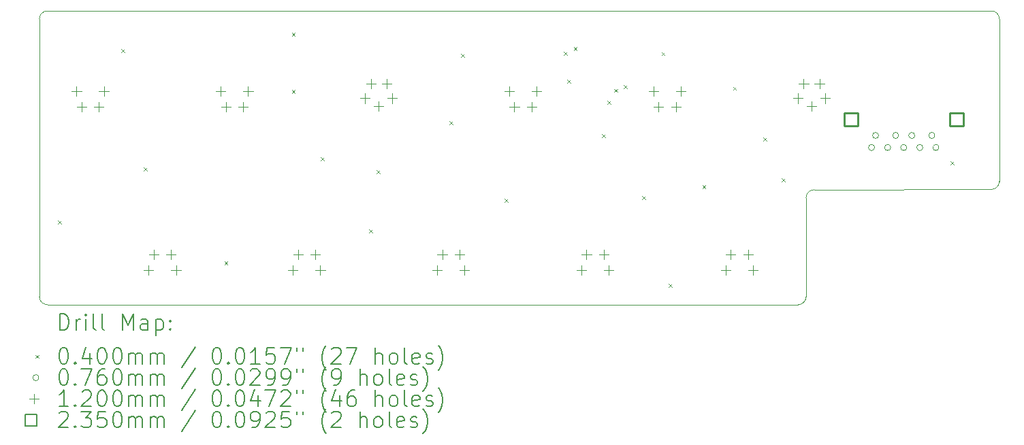
<source format=gbr>
%TF.GenerationSoftware,KiCad,Pcbnew,7.0.6*%
%TF.CreationDate,2024-03-25T03:04:47-04:00*%
%TF.ProjectId,peripheral_io_main,70657269-7068-4657-9261-6c5f696f5f6d,rev?*%
%TF.SameCoordinates,Original*%
%TF.FileFunction,Drillmap*%
%TF.FilePolarity,Positive*%
%FSLAX45Y45*%
G04 Gerber Fmt 4.5, Leading zero omitted, Abs format (unit mm)*
G04 Created by KiCad (PCBNEW 7.0.6) date 2024-03-25 03:04:47*
%MOMM*%
%LPD*%
G01*
G04 APERTURE LIST*
%ADD10C,0.100000*%
%ADD11C,0.200000*%
%ADD12C,0.040000*%
%ADD13C,0.076000*%
%ADD14C,0.120000*%
%ADD15C,0.235000*%
G04 APERTURE END LIST*
D10*
X11557000Y-11520500D02*
G75*
G03*
X11657000Y-11620500I100000J0D01*
G01*
X21092160Y-11520500D02*
X21092160Y-10290357D01*
X11557000Y-11520500D02*
X11557000Y-8065440D01*
X20992160Y-11620500D02*
G75*
G03*
X21092160Y-11520500I0J100000D01*
G01*
X23395625Y-7965440D02*
X11657000Y-7965440D01*
X21192037Y-10190350D02*
G75*
G03*
X21092160Y-10290357I133J-100010D01*
G01*
X23394498Y-10187645D02*
G75*
G03*
X23494375Y-10087707I-128J100005D01*
G01*
X23494375Y-10087707D02*
X23495625Y-8065502D01*
X11657000Y-11620500D02*
X20992160Y-11620500D01*
X23495620Y-8065502D02*
G75*
G03*
X23395625Y-7965440I-100000J62D01*
G01*
X11657000Y-7965440D02*
G75*
G03*
X11557000Y-8065440I0J-100000D01*
G01*
X21192037Y-10190357D02*
X23394498Y-10187645D01*
D11*
D12*
X11785920Y-10576880D02*
X11825920Y-10616880D01*
X11825920Y-10576880D02*
X11785920Y-10616880D01*
X12578400Y-8438200D02*
X12618400Y-8478200D01*
X12618400Y-8438200D02*
X12578400Y-8478200D01*
X12852720Y-9911400D02*
X12892720Y-9951400D01*
X12892720Y-9911400D02*
X12852720Y-9951400D01*
X13858560Y-11079800D02*
X13898560Y-11119800D01*
X13898560Y-11079800D02*
X13858560Y-11119800D01*
X14696760Y-8240080D02*
X14736760Y-8280080D01*
X14736760Y-8240080D02*
X14696760Y-8280080D01*
X14696760Y-8951280D02*
X14736760Y-8991280D01*
X14736760Y-8951280D02*
X14696760Y-8991280D01*
X15057440Y-9784400D02*
X15097440Y-9824400D01*
X15097440Y-9784400D02*
X15057440Y-9824400D01*
X15656880Y-10683560D02*
X15696880Y-10723560D01*
X15696880Y-10683560D02*
X15656880Y-10723560D01*
X15748320Y-9946960D02*
X15788320Y-9986960D01*
X15788320Y-9946960D02*
X15748320Y-9986960D01*
X16657640Y-9337360D02*
X16697640Y-9377360D01*
X16697640Y-9337360D02*
X16657640Y-9377360D01*
X16799880Y-8499160D02*
X16839880Y-8539160D01*
X16839880Y-8499160D02*
X16799880Y-8539160D01*
X17343440Y-10302560D02*
X17383440Y-10342560D01*
X17383440Y-10302560D02*
X17343440Y-10342560D01*
X18080040Y-8473760D02*
X18120040Y-8513760D01*
X18120040Y-8473760D02*
X18080040Y-8513760D01*
X18120680Y-8824280D02*
X18160680Y-8864280D01*
X18160680Y-8824280D02*
X18120680Y-8864280D01*
X18201960Y-8417880D02*
X18241960Y-8457880D01*
X18241960Y-8417880D02*
X18201960Y-8457880D01*
X18552480Y-9499920D02*
X18592480Y-9539920D01*
X18592480Y-9499920D02*
X18552480Y-9539920D01*
X18618520Y-9083360D02*
X18658520Y-9123360D01*
X18658520Y-9083360D02*
X18618520Y-9123360D01*
X18704880Y-8936040D02*
X18744880Y-8976040D01*
X18744880Y-8936040D02*
X18704880Y-8976040D01*
X18826800Y-8890320D02*
X18866800Y-8930320D01*
X18866800Y-8890320D02*
X18826800Y-8930320D01*
X19050320Y-10272080D02*
X19090320Y-10312080D01*
X19090320Y-10272080D02*
X19050320Y-10312080D01*
X19294160Y-8478840D02*
X19334160Y-8518840D01*
X19334160Y-8478840D02*
X19294160Y-8518840D01*
X19385600Y-11364280D02*
X19425600Y-11404280D01*
X19425600Y-11364280D02*
X19385600Y-11404280D01*
X19802160Y-10134920D02*
X19842160Y-10174920D01*
X19842160Y-10134920D02*
X19802160Y-10174920D01*
X20183160Y-8910640D02*
X20223160Y-8950640D01*
X20223160Y-8910640D02*
X20183160Y-8950640D01*
X20559080Y-9540560D02*
X20599080Y-9580560D01*
X20599080Y-9540560D02*
X20559080Y-9580560D01*
X20787680Y-10048560D02*
X20827680Y-10088560D01*
X20827680Y-10048560D02*
X20787680Y-10088560D01*
X22890800Y-9840280D02*
X22930800Y-9880280D01*
X22930800Y-9840280D02*
X22890800Y-9880280D01*
D13*
X21944000Y-9665000D02*
G75*
G03*
X21944000Y-9665000I-38000J0D01*
G01*
X21994000Y-9515000D02*
G75*
G03*
X21994000Y-9515000I-38000J0D01*
G01*
X22144000Y-9665000D02*
G75*
G03*
X22144000Y-9665000I-38000J0D01*
G01*
X22244000Y-9515000D02*
G75*
G03*
X22244000Y-9515000I-38000J0D01*
G01*
X22344000Y-9665000D02*
G75*
G03*
X22344000Y-9665000I-38000J0D01*
G01*
X22444000Y-9515000D02*
G75*
G03*
X22444000Y-9515000I-38000J0D01*
G01*
X22544000Y-9665000D02*
G75*
G03*
X22544000Y-9665000I-38000J0D01*
G01*
X22694000Y-9515000D02*
G75*
G03*
X22694000Y-9515000I-38000J0D01*
G01*
X22744000Y-9665000D02*
G75*
G03*
X22744000Y-9665000I-38000J0D01*
G01*
D14*
X12019761Y-8907188D02*
X12019761Y-9027188D01*
X11959761Y-8967188D02*
X12079761Y-8967188D01*
X12082271Y-9102188D02*
X12082271Y-9222188D01*
X12022271Y-9162188D02*
X12142271Y-9162188D01*
X12297263Y-9102188D02*
X12297263Y-9222188D01*
X12237263Y-9162188D02*
X12357263Y-9162188D01*
X12359766Y-8907188D02*
X12359766Y-9027188D01*
X12299766Y-8967188D02*
X12419766Y-8967188D01*
X12916811Y-11129938D02*
X12916811Y-11249938D01*
X12856811Y-11189938D02*
X12976811Y-11189938D01*
X12979314Y-10934938D02*
X12979314Y-11054938D01*
X12919314Y-10994938D02*
X13039314Y-10994938D01*
X13194306Y-10934938D02*
X13194306Y-11054938D01*
X13134306Y-10994938D02*
X13254306Y-10994938D01*
X13256816Y-11129938D02*
X13256816Y-11249938D01*
X13196816Y-11189938D02*
X13316816Y-11189938D01*
X13813851Y-8907188D02*
X13813851Y-9027188D01*
X13753851Y-8967188D02*
X13873851Y-8967188D01*
X13876361Y-9102188D02*
X13876361Y-9222188D01*
X13816361Y-9162188D02*
X13936361Y-9162188D01*
X14091353Y-9102188D02*
X14091353Y-9222188D01*
X14031353Y-9162188D02*
X14151353Y-9162188D01*
X14153856Y-8907188D02*
X14153856Y-9027188D01*
X14093856Y-8967188D02*
X14213856Y-8967188D01*
X14710901Y-11129938D02*
X14710901Y-11249938D01*
X14650901Y-11189938D02*
X14770901Y-11189938D01*
X14773404Y-10934938D02*
X14773404Y-11054938D01*
X14713404Y-10994938D02*
X14833404Y-10994938D01*
X14988396Y-10934938D02*
X14988396Y-11054938D01*
X14928396Y-10994938D02*
X15048396Y-10994938D01*
X15050906Y-11129938D02*
X15050906Y-11249938D01*
X14990906Y-11189938D02*
X15110906Y-11189938D01*
X15607743Y-8992768D02*
X15607743Y-9112768D01*
X15547743Y-9052768D02*
X15667743Y-9052768D01*
X15680143Y-8812468D02*
X15680143Y-8932468D01*
X15620143Y-8872468D02*
X15740143Y-8872468D01*
X15777943Y-9091868D02*
X15777943Y-9211868D01*
X15717943Y-9151868D02*
X15837943Y-9151868D01*
X15875743Y-8812468D02*
X15875743Y-8932468D01*
X15815743Y-8872468D02*
X15935743Y-8872468D01*
X15948143Y-8992768D02*
X15948143Y-9112768D01*
X15888143Y-9052768D02*
X16008143Y-9052768D01*
X16504991Y-11129938D02*
X16504991Y-11249938D01*
X16444991Y-11189938D02*
X16564991Y-11189938D01*
X16567494Y-10934938D02*
X16567494Y-11054938D01*
X16507494Y-10994938D02*
X16627494Y-10994938D01*
X16782486Y-10934938D02*
X16782486Y-11054938D01*
X16722486Y-10994938D02*
X16842486Y-10994938D01*
X16844996Y-11129938D02*
X16844996Y-11249938D01*
X16784996Y-11189938D02*
X16904996Y-11189938D01*
X17402031Y-8907188D02*
X17402031Y-9027188D01*
X17342031Y-8967188D02*
X17462031Y-8967188D01*
X17464541Y-9102188D02*
X17464541Y-9222188D01*
X17404541Y-9162188D02*
X17524541Y-9162188D01*
X17679533Y-9102188D02*
X17679533Y-9222188D01*
X17619533Y-9162188D02*
X17739533Y-9162188D01*
X17742036Y-8907188D02*
X17742036Y-9027188D01*
X17682036Y-8967188D02*
X17802036Y-8967188D01*
X18299081Y-11129938D02*
X18299081Y-11249938D01*
X18239081Y-11189938D02*
X18359081Y-11189938D01*
X18361584Y-10934938D02*
X18361584Y-11054938D01*
X18301584Y-10994938D02*
X18421584Y-10994938D01*
X18576576Y-10934938D02*
X18576576Y-11054938D01*
X18516576Y-10994938D02*
X18636576Y-10994938D01*
X18639086Y-11129938D02*
X18639086Y-11249938D01*
X18579086Y-11189938D02*
X18699086Y-11189938D01*
X19196121Y-8907188D02*
X19196121Y-9027188D01*
X19136121Y-8967188D02*
X19256121Y-8967188D01*
X19258631Y-9102188D02*
X19258631Y-9222188D01*
X19198631Y-9162188D02*
X19318631Y-9162188D01*
X19473623Y-9102188D02*
X19473623Y-9222188D01*
X19413623Y-9162188D02*
X19533623Y-9162188D01*
X19536126Y-8907188D02*
X19536126Y-9027188D01*
X19476126Y-8967188D02*
X19596126Y-8967188D01*
X20093171Y-11129938D02*
X20093171Y-11249938D01*
X20033171Y-11189938D02*
X20153171Y-11189938D01*
X20155674Y-10934938D02*
X20155674Y-11054938D01*
X20095674Y-10994938D02*
X20215674Y-10994938D01*
X20370666Y-10934938D02*
X20370666Y-11054938D01*
X20310666Y-10994938D02*
X20430666Y-10994938D01*
X20433176Y-11129938D02*
X20433176Y-11249938D01*
X20373176Y-11189938D02*
X20493176Y-11189938D01*
X20990024Y-8992768D02*
X20990024Y-9112768D01*
X20930024Y-9052768D02*
X21050024Y-9052768D01*
X21062424Y-8812468D02*
X21062424Y-8932468D01*
X21002424Y-8872468D02*
X21122424Y-8872468D01*
X21160224Y-9091868D02*
X21160224Y-9211868D01*
X21100224Y-9151868D02*
X21220224Y-9151868D01*
X21258024Y-8812468D02*
X21258024Y-8932468D01*
X21198024Y-8872468D02*
X21318024Y-8872468D01*
X21330424Y-8992768D02*
X21330424Y-9112768D01*
X21270424Y-9052768D02*
X21390424Y-9052768D01*
D15*
X21732086Y-9398086D02*
X21732086Y-9231914D01*
X21565914Y-9231914D01*
X21565914Y-9398086D01*
X21732086Y-9398086D01*
X23046086Y-9398086D02*
X23046086Y-9231914D01*
X22879914Y-9231914D01*
X22879914Y-9398086D01*
X23046086Y-9398086D01*
D11*
X11812777Y-11936984D02*
X11812777Y-11736984D01*
X11812777Y-11736984D02*
X11860396Y-11736984D01*
X11860396Y-11736984D02*
X11888967Y-11746508D01*
X11888967Y-11746508D02*
X11908015Y-11765555D01*
X11908015Y-11765555D02*
X11917539Y-11784603D01*
X11917539Y-11784603D02*
X11927062Y-11822698D01*
X11927062Y-11822698D02*
X11927062Y-11851269D01*
X11927062Y-11851269D02*
X11917539Y-11889365D01*
X11917539Y-11889365D02*
X11908015Y-11908412D01*
X11908015Y-11908412D02*
X11888967Y-11927460D01*
X11888967Y-11927460D02*
X11860396Y-11936984D01*
X11860396Y-11936984D02*
X11812777Y-11936984D01*
X12012777Y-11936984D02*
X12012777Y-11803650D01*
X12012777Y-11841746D02*
X12022301Y-11822698D01*
X12022301Y-11822698D02*
X12031824Y-11813174D01*
X12031824Y-11813174D02*
X12050872Y-11803650D01*
X12050872Y-11803650D02*
X12069920Y-11803650D01*
X12136586Y-11936984D02*
X12136586Y-11803650D01*
X12136586Y-11736984D02*
X12127062Y-11746508D01*
X12127062Y-11746508D02*
X12136586Y-11756031D01*
X12136586Y-11756031D02*
X12146110Y-11746508D01*
X12146110Y-11746508D02*
X12136586Y-11736984D01*
X12136586Y-11736984D02*
X12136586Y-11756031D01*
X12260396Y-11936984D02*
X12241348Y-11927460D01*
X12241348Y-11927460D02*
X12231824Y-11908412D01*
X12231824Y-11908412D02*
X12231824Y-11736984D01*
X12365158Y-11936984D02*
X12346110Y-11927460D01*
X12346110Y-11927460D02*
X12336586Y-11908412D01*
X12336586Y-11908412D02*
X12336586Y-11736984D01*
X12593729Y-11936984D02*
X12593729Y-11736984D01*
X12593729Y-11736984D02*
X12660396Y-11879841D01*
X12660396Y-11879841D02*
X12727062Y-11736984D01*
X12727062Y-11736984D02*
X12727062Y-11936984D01*
X12908015Y-11936984D02*
X12908015Y-11832222D01*
X12908015Y-11832222D02*
X12898491Y-11813174D01*
X12898491Y-11813174D02*
X12879443Y-11803650D01*
X12879443Y-11803650D02*
X12841348Y-11803650D01*
X12841348Y-11803650D02*
X12822301Y-11813174D01*
X12908015Y-11927460D02*
X12888967Y-11936984D01*
X12888967Y-11936984D02*
X12841348Y-11936984D01*
X12841348Y-11936984D02*
X12822301Y-11927460D01*
X12822301Y-11927460D02*
X12812777Y-11908412D01*
X12812777Y-11908412D02*
X12812777Y-11889365D01*
X12812777Y-11889365D02*
X12822301Y-11870317D01*
X12822301Y-11870317D02*
X12841348Y-11860793D01*
X12841348Y-11860793D02*
X12888967Y-11860793D01*
X12888967Y-11860793D02*
X12908015Y-11851269D01*
X13003253Y-11803650D02*
X13003253Y-12003650D01*
X13003253Y-11813174D02*
X13022301Y-11803650D01*
X13022301Y-11803650D02*
X13060396Y-11803650D01*
X13060396Y-11803650D02*
X13079443Y-11813174D01*
X13079443Y-11813174D02*
X13088967Y-11822698D01*
X13088967Y-11822698D02*
X13098491Y-11841746D01*
X13098491Y-11841746D02*
X13098491Y-11898888D01*
X13098491Y-11898888D02*
X13088967Y-11917936D01*
X13088967Y-11917936D02*
X13079443Y-11927460D01*
X13079443Y-11927460D02*
X13060396Y-11936984D01*
X13060396Y-11936984D02*
X13022301Y-11936984D01*
X13022301Y-11936984D02*
X13003253Y-11927460D01*
X13184205Y-11917936D02*
X13193729Y-11927460D01*
X13193729Y-11927460D02*
X13184205Y-11936984D01*
X13184205Y-11936984D02*
X13174682Y-11927460D01*
X13174682Y-11927460D02*
X13184205Y-11917936D01*
X13184205Y-11917936D02*
X13184205Y-11936984D01*
X13184205Y-11813174D02*
X13193729Y-11822698D01*
X13193729Y-11822698D02*
X13184205Y-11832222D01*
X13184205Y-11832222D02*
X13174682Y-11822698D01*
X13174682Y-11822698D02*
X13184205Y-11813174D01*
X13184205Y-11813174D02*
X13184205Y-11832222D01*
D12*
X11512000Y-12245500D02*
X11552000Y-12285500D01*
X11552000Y-12245500D02*
X11512000Y-12285500D01*
D11*
X11850872Y-12156984D02*
X11869920Y-12156984D01*
X11869920Y-12156984D02*
X11888967Y-12166508D01*
X11888967Y-12166508D02*
X11898491Y-12176031D01*
X11898491Y-12176031D02*
X11908015Y-12195079D01*
X11908015Y-12195079D02*
X11917539Y-12233174D01*
X11917539Y-12233174D02*
X11917539Y-12280793D01*
X11917539Y-12280793D02*
X11908015Y-12318888D01*
X11908015Y-12318888D02*
X11898491Y-12337936D01*
X11898491Y-12337936D02*
X11888967Y-12347460D01*
X11888967Y-12347460D02*
X11869920Y-12356984D01*
X11869920Y-12356984D02*
X11850872Y-12356984D01*
X11850872Y-12356984D02*
X11831824Y-12347460D01*
X11831824Y-12347460D02*
X11822301Y-12337936D01*
X11822301Y-12337936D02*
X11812777Y-12318888D01*
X11812777Y-12318888D02*
X11803253Y-12280793D01*
X11803253Y-12280793D02*
X11803253Y-12233174D01*
X11803253Y-12233174D02*
X11812777Y-12195079D01*
X11812777Y-12195079D02*
X11822301Y-12176031D01*
X11822301Y-12176031D02*
X11831824Y-12166508D01*
X11831824Y-12166508D02*
X11850872Y-12156984D01*
X12003253Y-12337936D02*
X12012777Y-12347460D01*
X12012777Y-12347460D02*
X12003253Y-12356984D01*
X12003253Y-12356984D02*
X11993729Y-12347460D01*
X11993729Y-12347460D02*
X12003253Y-12337936D01*
X12003253Y-12337936D02*
X12003253Y-12356984D01*
X12184205Y-12223650D02*
X12184205Y-12356984D01*
X12136586Y-12147460D02*
X12088967Y-12290317D01*
X12088967Y-12290317D02*
X12212777Y-12290317D01*
X12327062Y-12156984D02*
X12346110Y-12156984D01*
X12346110Y-12156984D02*
X12365158Y-12166508D01*
X12365158Y-12166508D02*
X12374682Y-12176031D01*
X12374682Y-12176031D02*
X12384205Y-12195079D01*
X12384205Y-12195079D02*
X12393729Y-12233174D01*
X12393729Y-12233174D02*
X12393729Y-12280793D01*
X12393729Y-12280793D02*
X12384205Y-12318888D01*
X12384205Y-12318888D02*
X12374682Y-12337936D01*
X12374682Y-12337936D02*
X12365158Y-12347460D01*
X12365158Y-12347460D02*
X12346110Y-12356984D01*
X12346110Y-12356984D02*
X12327062Y-12356984D01*
X12327062Y-12356984D02*
X12308015Y-12347460D01*
X12308015Y-12347460D02*
X12298491Y-12337936D01*
X12298491Y-12337936D02*
X12288967Y-12318888D01*
X12288967Y-12318888D02*
X12279443Y-12280793D01*
X12279443Y-12280793D02*
X12279443Y-12233174D01*
X12279443Y-12233174D02*
X12288967Y-12195079D01*
X12288967Y-12195079D02*
X12298491Y-12176031D01*
X12298491Y-12176031D02*
X12308015Y-12166508D01*
X12308015Y-12166508D02*
X12327062Y-12156984D01*
X12517539Y-12156984D02*
X12536586Y-12156984D01*
X12536586Y-12156984D02*
X12555634Y-12166508D01*
X12555634Y-12166508D02*
X12565158Y-12176031D01*
X12565158Y-12176031D02*
X12574682Y-12195079D01*
X12574682Y-12195079D02*
X12584205Y-12233174D01*
X12584205Y-12233174D02*
X12584205Y-12280793D01*
X12584205Y-12280793D02*
X12574682Y-12318888D01*
X12574682Y-12318888D02*
X12565158Y-12337936D01*
X12565158Y-12337936D02*
X12555634Y-12347460D01*
X12555634Y-12347460D02*
X12536586Y-12356984D01*
X12536586Y-12356984D02*
X12517539Y-12356984D01*
X12517539Y-12356984D02*
X12498491Y-12347460D01*
X12498491Y-12347460D02*
X12488967Y-12337936D01*
X12488967Y-12337936D02*
X12479443Y-12318888D01*
X12479443Y-12318888D02*
X12469920Y-12280793D01*
X12469920Y-12280793D02*
X12469920Y-12233174D01*
X12469920Y-12233174D02*
X12479443Y-12195079D01*
X12479443Y-12195079D02*
X12488967Y-12176031D01*
X12488967Y-12176031D02*
X12498491Y-12166508D01*
X12498491Y-12166508D02*
X12517539Y-12156984D01*
X12669920Y-12356984D02*
X12669920Y-12223650D01*
X12669920Y-12242698D02*
X12679443Y-12233174D01*
X12679443Y-12233174D02*
X12698491Y-12223650D01*
X12698491Y-12223650D02*
X12727063Y-12223650D01*
X12727063Y-12223650D02*
X12746110Y-12233174D01*
X12746110Y-12233174D02*
X12755634Y-12252222D01*
X12755634Y-12252222D02*
X12755634Y-12356984D01*
X12755634Y-12252222D02*
X12765158Y-12233174D01*
X12765158Y-12233174D02*
X12784205Y-12223650D01*
X12784205Y-12223650D02*
X12812777Y-12223650D01*
X12812777Y-12223650D02*
X12831824Y-12233174D01*
X12831824Y-12233174D02*
X12841348Y-12252222D01*
X12841348Y-12252222D02*
X12841348Y-12356984D01*
X12936586Y-12356984D02*
X12936586Y-12223650D01*
X12936586Y-12242698D02*
X12946110Y-12233174D01*
X12946110Y-12233174D02*
X12965158Y-12223650D01*
X12965158Y-12223650D02*
X12993729Y-12223650D01*
X12993729Y-12223650D02*
X13012777Y-12233174D01*
X13012777Y-12233174D02*
X13022301Y-12252222D01*
X13022301Y-12252222D02*
X13022301Y-12356984D01*
X13022301Y-12252222D02*
X13031824Y-12233174D01*
X13031824Y-12233174D02*
X13050872Y-12223650D01*
X13050872Y-12223650D02*
X13079443Y-12223650D01*
X13079443Y-12223650D02*
X13098491Y-12233174D01*
X13098491Y-12233174D02*
X13108015Y-12252222D01*
X13108015Y-12252222D02*
X13108015Y-12356984D01*
X13498491Y-12147460D02*
X13327063Y-12404603D01*
X13755634Y-12156984D02*
X13774682Y-12156984D01*
X13774682Y-12156984D02*
X13793729Y-12166508D01*
X13793729Y-12166508D02*
X13803253Y-12176031D01*
X13803253Y-12176031D02*
X13812777Y-12195079D01*
X13812777Y-12195079D02*
X13822301Y-12233174D01*
X13822301Y-12233174D02*
X13822301Y-12280793D01*
X13822301Y-12280793D02*
X13812777Y-12318888D01*
X13812777Y-12318888D02*
X13803253Y-12337936D01*
X13803253Y-12337936D02*
X13793729Y-12347460D01*
X13793729Y-12347460D02*
X13774682Y-12356984D01*
X13774682Y-12356984D02*
X13755634Y-12356984D01*
X13755634Y-12356984D02*
X13736586Y-12347460D01*
X13736586Y-12347460D02*
X13727063Y-12337936D01*
X13727063Y-12337936D02*
X13717539Y-12318888D01*
X13717539Y-12318888D02*
X13708015Y-12280793D01*
X13708015Y-12280793D02*
X13708015Y-12233174D01*
X13708015Y-12233174D02*
X13717539Y-12195079D01*
X13717539Y-12195079D02*
X13727063Y-12176031D01*
X13727063Y-12176031D02*
X13736586Y-12166508D01*
X13736586Y-12166508D02*
X13755634Y-12156984D01*
X13908015Y-12337936D02*
X13917539Y-12347460D01*
X13917539Y-12347460D02*
X13908015Y-12356984D01*
X13908015Y-12356984D02*
X13898491Y-12347460D01*
X13898491Y-12347460D02*
X13908015Y-12337936D01*
X13908015Y-12337936D02*
X13908015Y-12356984D01*
X14041348Y-12156984D02*
X14060396Y-12156984D01*
X14060396Y-12156984D02*
X14079444Y-12166508D01*
X14079444Y-12166508D02*
X14088967Y-12176031D01*
X14088967Y-12176031D02*
X14098491Y-12195079D01*
X14098491Y-12195079D02*
X14108015Y-12233174D01*
X14108015Y-12233174D02*
X14108015Y-12280793D01*
X14108015Y-12280793D02*
X14098491Y-12318888D01*
X14098491Y-12318888D02*
X14088967Y-12337936D01*
X14088967Y-12337936D02*
X14079444Y-12347460D01*
X14079444Y-12347460D02*
X14060396Y-12356984D01*
X14060396Y-12356984D02*
X14041348Y-12356984D01*
X14041348Y-12356984D02*
X14022301Y-12347460D01*
X14022301Y-12347460D02*
X14012777Y-12337936D01*
X14012777Y-12337936D02*
X14003253Y-12318888D01*
X14003253Y-12318888D02*
X13993729Y-12280793D01*
X13993729Y-12280793D02*
X13993729Y-12233174D01*
X13993729Y-12233174D02*
X14003253Y-12195079D01*
X14003253Y-12195079D02*
X14012777Y-12176031D01*
X14012777Y-12176031D02*
X14022301Y-12166508D01*
X14022301Y-12166508D02*
X14041348Y-12156984D01*
X14298491Y-12356984D02*
X14184206Y-12356984D01*
X14241348Y-12356984D02*
X14241348Y-12156984D01*
X14241348Y-12156984D02*
X14222301Y-12185555D01*
X14222301Y-12185555D02*
X14203253Y-12204603D01*
X14203253Y-12204603D02*
X14184206Y-12214127D01*
X14479444Y-12156984D02*
X14384206Y-12156984D01*
X14384206Y-12156984D02*
X14374682Y-12252222D01*
X14374682Y-12252222D02*
X14384206Y-12242698D01*
X14384206Y-12242698D02*
X14403253Y-12233174D01*
X14403253Y-12233174D02*
X14450872Y-12233174D01*
X14450872Y-12233174D02*
X14469920Y-12242698D01*
X14469920Y-12242698D02*
X14479444Y-12252222D01*
X14479444Y-12252222D02*
X14488967Y-12271269D01*
X14488967Y-12271269D02*
X14488967Y-12318888D01*
X14488967Y-12318888D02*
X14479444Y-12337936D01*
X14479444Y-12337936D02*
X14469920Y-12347460D01*
X14469920Y-12347460D02*
X14450872Y-12356984D01*
X14450872Y-12356984D02*
X14403253Y-12356984D01*
X14403253Y-12356984D02*
X14384206Y-12347460D01*
X14384206Y-12347460D02*
X14374682Y-12337936D01*
X14555634Y-12156984D02*
X14688967Y-12156984D01*
X14688967Y-12156984D02*
X14603253Y-12356984D01*
X14755634Y-12156984D02*
X14755634Y-12195079D01*
X14831825Y-12156984D02*
X14831825Y-12195079D01*
X15127063Y-12433174D02*
X15117539Y-12423650D01*
X15117539Y-12423650D02*
X15098491Y-12395079D01*
X15098491Y-12395079D02*
X15088968Y-12376031D01*
X15088968Y-12376031D02*
X15079444Y-12347460D01*
X15079444Y-12347460D02*
X15069920Y-12299841D01*
X15069920Y-12299841D02*
X15069920Y-12261746D01*
X15069920Y-12261746D02*
X15079444Y-12214127D01*
X15079444Y-12214127D02*
X15088968Y-12185555D01*
X15088968Y-12185555D02*
X15098491Y-12166508D01*
X15098491Y-12166508D02*
X15117539Y-12137936D01*
X15117539Y-12137936D02*
X15127063Y-12128412D01*
X15193729Y-12176031D02*
X15203253Y-12166508D01*
X15203253Y-12166508D02*
X15222301Y-12156984D01*
X15222301Y-12156984D02*
X15269920Y-12156984D01*
X15269920Y-12156984D02*
X15288968Y-12166508D01*
X15288968Y-12166508D02*
X15298491Y-12176031D01*
X15298491Y-12176031D02*
X15308015Y-12195079D01*
X15308015Y-12195079D02*
X15308015Y-12214127D01*
X15308015Y-12214127D02*
X15298491Y-12242698D01*
X15298491Y-12242698D02*
X15184206Y-12356984D01*
X15184206Y-12356984D02*
X15308015Y-12356984D01*
X15374682Y-12156984D02*
X15508015Y-12156984D01*
X15508015Y-12156984D02*
X15422301Y-12356984D01*
X15736587Y-12356984D02*
X15736587Y-12156984D01*
X15822301Y-12356984D02*
X15822301Y-12252222D01*
X15822301Y-12252222D02*
X15812777Y-12233174D01*
X15812777Y-12233174D02*
X15793730Y-12223650D01*
X15793730Y-12223650D02*
X15765158Y-12223650D01*
X15765158Y-12223650D02*
X15746110Y-12233174D01*
X15746110Y-12233174D02*
X15736587Y-12242698D01*
X15946110Y-12356984D02*
X15927063Y-12347460D01*
X15927063Y-12347460D02*
X15917539Y-12337936D01*
X15917539Y-12337936D02*
X15908015Y-12318888D01*
X15908015Y-12318888D02*
X15908015Y-12261746D01*
X15908015Y-12261746D02*
X15917539Y-12242698D01*
X15917539Y-12242698D02*
X15927063Y-12233174D01*
X15927063Y-12233174D02*
X15946110Y-12223650D01*
X15946110Y-12223650D02*
X15974682Y-12223650D01*
X15974682Y-12223650D02*
X15993730Y-12233174D01*
X15993730Y-12233174D02*
X16003253Y-12242698D01*
X16003253Y-12242698D02*
X16012777Y-12261746D01*
X16012777Y-12261746D02*
X16012777Y-12318888D01*
X16012777Y-12318888D02*
X16003253Y-12337936D01*
X16003253Y-12337936D02*
X15993730Y-12347460D01*
X15993730Y-12347460D02*
X15974682Y-12356984D01*
X15974682Y-12356984D02*
X15946110Y-12356984D01*
X16127063Y-12356984D02*
X16108015Y-12347460D01*
X16108015Y-12347460D02*
X16098491Y-12328412D01*
X16098491Y-12328412D02*
X16098491Y-12156984D01*
X16279444Y-12347460D02*
X16260396Y-12356984D01*
X16260396Y-12356984D02*
X16222301Y-12356984D01*
X16222301Y-12356984D02*
X16203253Y-12347460D01*
X16203253Y-12347460D02*
X16193730Y-12328412D01*
X16193730Y-12328412D02*
X16193730Y-12252222D01*
X16193730Y-12252222D02*
X16203253Y-12233174D01*
X16203253Y-12233174D02*
X16222301Y-12223650D01*
X16222301Y-12223650D02*
X16260396Y-12223650D01*
X16260396Y-12223650D02*
X16279444Y-12233174D01*
X16279444Y-12233174D02*
X16288968Y-12252222D01*
X16288968Y-12252222D02*
X16288968Y-12271269D01*
X16288968Y-12271269D02*
X16193730Y-12290317D01*
X16365158Y-12347460D02*
X16384206Y-12356984D01*
X16384206Y-12356984D02*
X16422301Y-12356984D01*
X16422301Y-12356984D02*
X16441349Y-12347460D01*
X16441349Y-12347460D02*
X16450872Y-12328412D01*
X16450872Y-12328412D02*
X16450872Y-12318888D01*
X16450872Y-12318888D02*
X16441349Y-12299841D01*
X16441349Y-12299841D02*
X16422301Y-12290317D01*
X16422301Y-12290317D02*
X16393730Y-12290317D01*
X16393730Y-12290317D02*
X16374682Y-12280793D01*
X16374682Y-12280793D02*
X16365158Y-12261746D01*
X16365158Y-12261746D02*
X16365158Y-12252222D01*
X16365158Y-12252222D02*
X16374682Y-12233174D01*
X16374682Y-12233174D02*
X16393730Y-12223650D01*
X16393730Y-12223650D02*
X16422301Y-12223650D01*
X16422301Y-12223650D02*
X16441349Y-12233174D01*
X16517539Y-12433174D02*
X16527063Y-12423650D01*
X16527063Y-12423650D02*
X16546111Y-12395079D01*
X16546111Y-12395079D02*
X16555634Y-12376031D01*
X16555634Y-12376031D02*
X16565158Y-12347460D01*
X16565158Y-12347460D02*
X16574682Y-12299841D01*
X16574682Y-12299841D02*
X16574682Y-12261746D01*
X16574682Y-12261746D02*
X16565158Y-12214127D01*
X16565158Y-12214127D02*
X16555634Y-12185555D01*
X16555634Y-12185555D02*
X16546111Y-12166508D01*
X16546111Y-12166508D02*
X16527063Y-12137936D01*
X16527063Y-12137936D02*
X16517539Y-12128412D01*
D13*
X11552000Y-12529500D02*
G75*
G03*
X11552000Y-12529500I-38000J0D01*
G01*
D11*
X11850872Y-12420984D02*
X11869920Y-12420984D01*
X11869920Y-12420984D02*
X11888967Y-12430508D01*
X11888967Y-12430508D02*
X11898491Y-12440031D01*
X11898491Y-12440031D02*
X11908015Y-12459079D01*
X11908015Y-12459079D02*
X11917539Y-12497174D01*
X11917539Y-12497174D02*
X11917539Y-12544793D01*
X11917539Y-12544793D02*
X11908015Y-12582888D01*
X11908015Y-12582888D02*
X11898491Y-12601936D01*
X11898491Y-12601936D02*
X11888967Y-12611460D01*
X11888967Y-12611460D02*
X11869920Y-12620984D01*
X11869920Y-12620984D02*
X11850872Y-12620984D01*
X11850872Y-12620984D02*
X11831824Y-12611460D01*
X11831824Y-12611460D02*
X11822301Y-12601936D01*
X11822301Y-12601936D02*
X11812777Y-12582888D01*
X11812777Y-12582888D02*
X11803253Y-12544793D01*
X11803253Y-12544793D02*
X11803253Y-12497174D01*
X11803253Y-12497174D02*
X11812777Y-12459079D01*
X11812777Y-12459079D02*
X11822301Y-12440031D01*
X11822301Y-12440031D02*
X11831824Y-12430508D01*
X11831824Y-12430508D02*
X11850872Y-12420984D01*
X12003253Y-12601936D02*
X12012777Y-12611460D01*
X12012777Y-12611460D02*
X12003253Y-12620984D01*
X12003253Y-12620984D02*
X11993729Y-12611460D01*
X11993729Y-12611460D02*
X12003253Y-12601936D01*
X12003253Y-12601936D02*
X12003253Y-12620984D01*
X12079443Y-12420984D02*
X12212777Y-12420984D01*
X12212777Y-12420984D02*
X12127062Y-12620984D01*
X12374682Y-12420984D02*
X12336586Y-12420984D01*
X12336586Y-12420984D02*
X12317539Y-12430508D01*
X12317539Y-12430508D02*
X12308015Y-12440031D01*
X12308015Y-12440031D02*
X12288967Y-12468603D01*
X12288967Y-12468603D02*
X12279443Y-12506698D01*
X12279443Y-12506698D02*
X12279443Y-12582888D01*
X12279443Y-12582888D02*
X12288967Y-12601936D01*
X12288967Y-12601936D02*
X12298491Y-12611460D01*
X12298491Y-12611460D02*
X12317539Y-12620984D01*
X12317539Y-12620984D02*
X12355634Y-12620984D01*
X12355634Y-12620984D02*
X12374682Y-12611460D01*
X12374682Y-12611460D02*
X12384205Y-12601936D01*
X12384205Y-12601936D02*
X12393729Y-12582888D01*
X12393729Y-12582888D02*
X12393729Y-12535269D01*
X12393729Y-12535269D02*
X12384205Y-12516222D01*
X12384205Y-12516222D02*
X12374682Y-12506698D01*
X12374682Y-12506698D02*
X12355634Y-12497174D01*
X12355634Y-12497174D02*
X12317539Y-12497174D01*
X12317539Y-12497174D02*
X12298491Y-12506698D01*
X12298491Y-12506698D02*
X12288967Y-12516222D01*
X12288967Y-12516222D02*
X12279443Y-12535269D01*
X12517539Y-12420984D02*
X12536586Y-12420984D01*
X12536586Y-12420984D02*
X12555634Y-12430508D01*
X12555634Y-12430508D02*
X12565158Y-12440031D01*
X12565158Y-12440031D02*
X12574682Y-12459079D01*
X12574682Y-12459079D02*
X12584205Y-12497174D01*
X12584205Y-12497174D02*
X12584205Y-12544793D01*
X12584205Y-12544793D02*
X12574682Y-12582888D01*
X12574682Y-12582888D02*
X12565158Y-12601936D01*
X12565158Y-12601936D02*
X12555634Y-12611460D01*
X12555634Y-12611460D02*
X12536586Y-12620984D01*
X12536586Y-12620984D02*
X12517539Y-12620984D01*
X12517539Y-12620984D02*
X12498491Y-12611460D01*
X12498491Y-12611460D02*
X12488967Y-12601936D01*
X12488967Y-12601936D02*
X12479443Y-12582888D01*
X12479443Y-12582888D02*
X12469920Y-12544793D01*
X12469920Y-12544793D02*
X12469920Y-12497174D01*
X12469920Y-12497174D02*
X12479443Y-12459079D01*
X12479443Y-12459079D02*
X12488967Y-12440031D01*
X12488967Y-12440031D02*
X12498491Y-12430508D01*
X12498491Y-12430508D02*
X12517539Y-12420984D01*
X12669920Y-12620984D02*
X12669920Y-12487650D01*
X12669920Y-12506698D02*
X12679443Y-12497174D01*
X12679443Y-12497174D02*
X12698491Y-12487650D01*
X12698491Y-12487650D02*
X12727063Y-12487650D01*
X12727063Y-12487650D02*
X12746110Y-12497174D01*
X12746110Y-12497174D02*
X12755634Y-12516222D01*
X12755634Y-12516222D02*
X12755634Y-12620984D01*
X12755634Y-12516222D02*
X12765158Y-12497174D01*
X12765158Y-12497174D02*
X12784205Y-12487650D01*
X12784205Y-12487650D02*
X12812777Y-12487650D01*
X12812777Y-12487650D02*
X12831824Y-12497174D01*
X12831824Y-12497174D02*
X12841348Y-12516222D01*
X12841348Y-12516222D02*
X12841348Y-12620984D01*
X12936586Y-12620984D02*
X12936586Y-12487650D01*
X12936586Y-12506698D02*
X12946110Y-12497174D01*
X12946110Y-12497174D02*
X12965158Y-12487650D01*
X12965158Y-12487650D02*
X12993729Y-12487650D01*
X12993729Y-12487650D02*
X13012777Y-12497174D01*
X13012777Y-12497174D02*
X13022301Y-12516222D01*
X13022301Y-12516222D02*
X13022301Y-12620984D01*
X13022301Y-12516222D02*
X13031824Y-12497174D01*
X13031824Y-12497174D02*
X13050872Y-12487650D01*
X13050872Y-12487650D02*
X13079443Y-12487650D01*
X13079443Y-12487650D02*
X13098491Y-12497174D01*
X13098491Y-12497174D02*
X13108015Y-12516222D01*
X13108015Y-12516222D02*
X13108015Y-12620984D01*
X13498491Y-12411460D02*
X13327063Y-12668603D01*
X13755634Y-12420984D02*
X13774682Y-12420984D01*
X13774682Y-12420984D02*
X13793729Y-12430508D01*
X13793729Y-12430508D02*
X13803253Y-12440031D01*
X13803253Y-12440031D02*
X13812777Y-12459079D01*
X13812777Y-12459079D02*
X13822301Y-12497174D01*
X13822301Y-12497174D02*
X13822301Y-12544793D01*
X13822301Y-12544793D02*
X13812777Y-12582888D01*
X13812777Y-12582888D02*
X13803253Y-12601936D01*
X13803253Y-12601936D02*
X13793729Y-12611460D01*
X13793729Y-12611460D02*
X13774682Y-12620984D01*
X13774682Y-12620984D02*
X13755634Y-12620984D01*
X13755634Y-12620984D02*
X13736586Y-12611460D01*
X13736586Y-12611460D02*
X13727063Y-12601936D01*
X13727063Y-12601936D02*
X13717539Y-12582888D01*
X13717539Y-12582888D02*
X13708015Y-12544793D01*
X13708015Y-12544793D02*
X13708015Y-12497174D01*
X13708015Y-12497174D02*
X13717539Y-12459079D01*
X13717539Y-12459079D02*
X13727063Y-12440031D01*
X13727063Y-12440031D02*
X13736586Y-12430508D01*
X13736586Y-12430508D02*
X13755634Y-12420984D01*
X13908015Y-12601936D02*
X13917539Y-12611460D01*
X13917539Y-12611460D02*
X13908015Y-12620984D01*
X13908015Y-12620984D02*
X13898491Y-12611460D01*
X13898491Y-12611460D02*
X13908015Y-12601936D01*
X13908015Y-12601936D02*
X13908015Y-12620984D01*
X14041348Y-12420984D02*
X14060396Y-12420984D01*
X14060396Y-12420984D02*
X14079444Y-12430508D01*
X14079444Y-12430508D02*
X14088967Y-12440031D01*
X14088967Y-12440031D02*
X14098491Y-12459079D01*
X14098491Y-12459079D02*
X14108015Y-12497174D01*
X14108015Y-12497174D02*
X14108015Y-12544793D01*
X14108015Y-12544793D02*
X14098491Y-12582888D01*
X14098491Y-12582888D02*
X14088967Y-12601936D01*
X14088967Y-12601936D02*
X14079444Y-12611460D01*
X14079444Y-12611460D02*
X14060396Y-12620984D01*
X14060396Y-12620984D02*
X14041348Y-12620984D01*
X14041348Y-12620984D02*
X14022301Y-12611460D01*
X14022301Y-12611460D02*
X14012777Y-12601936D01*
X14012777Y-12601936D02*
X14003253Y-12582888D01*
X14003253Y-12582888D02*
X13993729Y-12544793D01*
X13993729Y-12544793D02*
X13993729Y-12497174D01*
X13993729Y-12497174D02*
X14003253Y-12459079D01*
X14003253Y-12459079D02*
X14012777Y-12440031D01*
X14012777Y-12440031D02*
X14022301Y-12430508D01*
X14022301Y-12430508D02*
X14041348Y-12420984D01*
X14184206Y-12440031D02*
X14193729Y-12430508D01*
X14193729Y-12430508D02*
X14212777Y-12420984D01*
X14212777Y-12420984D02*
X14260396Y-12420984D01*
X14260396Y-12420984D02*
X14279444Y-12430508D01*
X14279444Y-12430508D02*
X14288967Y-12440031D01*
X14288967Y-12440031D02*
X14298491Y-12459079D01*
X14298491Y-12459079D02*
X14298491Y-12478127D01*
X14298491Y-12478127D02*
X14288967Y-12506698D01*
X14288967Y-12506698D02*
X14174682Y-12620984D01*
X14174682Y-12620984D02*
X14298491Y-12620984D01*
X14393729Y-12620984D02*
X14431825Y-12620984D01*
X14431825Y-12620984D02*
X14450872Y-12611460D01*
X14450872Y-12611460D02*
X14460396Y-12601936D01*
X14460396Y-12601936D02*
X14479444Y-12573365D01*
X14479444Y-12573365D02*
X14488967Y-12535269D01*
X14488967Y-12535269D02*
X14488967Y-12459079D01*
X14488967Y-12459079D02*
X14479444Y-12440031D01*
X14479444Y-12440031D02*
X14469920Y-12430508D01*
X14469920Y-12430508D02*
X14450872Y-12420984D01*
X14450872Y-12420984D02*
X14412777Y-12420984D01*
X14412777Y-12420984D02*
X14393729Y-12430508D01*
X14393729Y-12430508D02*
X14384206Y-12440031D01*
X14384206Y-12440031D02*
X14374682Y-12459079D01*
X14374682Y-12459079D02*
X14374682Y-12506698D01*
X14374682Y-12506698D02*
X14384206Y-12525746D01*
X14384206Y-12525746D02*
X14393729Y-12535269D01*
X14393729Y-12535269D02*
X14412777Y-12544793D01*
X14412777Y-12544793D02*
X14450872Y-12544793D01*
X14450872Y-12544793D02*
X14469920Y-12535269D01*
X14469920Y-12535269D02*
X14479444Y-12525746D01*
X14479444Y-12525746D02*
X14488967Y-12506698D01*
X14584206Y-12620984D02*
X14622301Y-12620984D01*
X14622301Y-12620984D02*
X14641348Y-12611460D01*
X14641348Y-12611460D02*
X14650872Y-12601936D01*
X14650872Y-12601936D02*
X14669920Y-12573365D01*
X14669920Y-12573365D02*
X14679444Y-12535269D01*
X14679444Y-12535269D02*
X14679444Y-12459079D01*
X14679444Y-12459079D02*
X14669920Y-12440031D01*
X14669920Y-12440031D02*
X14660396Y-12430508D01*
X14660396Y-12430508D02*
X14641348Y-12420984D01*
X14641348Y-12420984D02*
X14603253Y-12420984D01*
X14603253Y-12420984D02*
X14584206Y-12430508D01*
X14584206Y-12430508D02*
X14574682Y-12440031D01*
X14574682Y-12440031D02*
X14565158Y-12459079D01*
X14565158Y-12459079D02*
X14565158Y-12506698D01*
X14565158Y-12506698D02*
X14574682Y-12525746D01*
X14574682Y-12525746D02*
X14584206Y-12535269D01*
X14584206Y-12535269D02*
X14603253Y-12544793D01*
X14603253Y-12544793D02*
X14641348Y-12544793D01*
X14641348Y-12544793D02*
X14660396Y-12535269D01*
X14660396Y-12535269D02*
X14669920Y-12525746D01*
X14669920Y-12525746D02*
X14679444Y-12506698D01*
X14755634Y-12420984D02*
X14755634Y-12459079D01*
X14831825Y-12420984D02*
X14831825Y-12459079D01*
X15127063Y-12697174D02*
X15117539Y-12687650D01*
X15117539Y-12687650D02*
X15098491Y-12659079D01*
X15098491Y-12659079D02*
X15088968Y-12640031D01*
X15088968Y-12640031D02*
X15079444Y-12611460D01*
X15079444Y-12611460D02*
X15069920Y-12563841D01*
X15069920Y-12563841D02*
X15069920Y-12525746D01*
X15069920Y-12525746D02*
X15079444Y-12478127D01*
X15079444Y-12478127D02*
X15088968Y-12449555D01*
X15088968Y-12449555D02*
X15098491Y-12430508D01*
X15098491Y-12430508D02*
X15117539Y-12401936D01*
X15117539Y-12401936D02*
X15127063Y-12392412D01*
X15212777Y-12620984D02*
X15250872Y-12620984D01*
X15250872Y-12620984D02*
X15269920Y-12611460D01*
X15269920Y-12611460D02*
X15279444Y-12601936D01*
X15279444Y-12601936D02*
X15298491Y-12573365D01*
X15298491Y-12573365D02*
X15308015Y-12535269D01*
X15308015Y-12535269D02*
X15308015Y-12459079D01*
X15308015Y-12459079D02*
X15298491Y-12440031D01*
X15298491Y-12440031D02*
X15288968Y-12430508D01*
X15288968Y-12430508D02*
X15269920Y-12420984D01*
X15269920Y-12420984D02*
X15231825Y-12420984D01*
X15231825Y-12420984D02*
X15212777Y-12430508D01*
X15212777Y-12430508D02*
X15203253Y-12440031D01*
X15203253Y-12440031D02*
X15193729Y-12459079D01*
X15193729Y-12459079D02*
X15193729Y-12506698D01*
X15193729Y-12506698D02*
X15203253Y-12525746D01*
X15203253Y-12525746D02*
X15212777Y-12535269D01*
X15212777Y-12535269D02*
X15231825Y-12544793D01*
X15231825Y-12544793D02*
X15269920Y-12544793D01*
X15269920Y-12544793D02*
X15288968Y-12535269D01*
X15288968Y-12535269D02*
X15298491Y-12525746D01*
X15298491Y-12525746D02*
X15308015Y-12506698D01*
X15546110Y-12620984D02*
X15546110Y-12420984D01*
X15631825Y-12620984D02*
X15631825Y-12516222D01*
X15631825Y-12516222D02*
X15622301Y-12497174D01*
X15622301Y-12497174D02*
X15603253Y-12487650D01*
X15603253Y-12487650D02*
X15574682Y-12487650D01*
X15574682Y-12487650D02*
X15555634Y-12497174D01*
X15555634Y-12497174D02*
X15546110Y-12506698D01*
X15755634Y-12620984D02*
X15736587Y-12611460D01*
X15736587Y-12611460D02*
X15727063Y-12601936D01*
X15727063Y-12601936D02*
X15717539Y-12582888D01*
X15717539Y-12582888D02*
X15717539Y-12525746D01*
X15717539Y-12525746D02*
X15727063Y-12506698D01*
X15727063Y-12506698D02*
X15736587Y-12497174D01*
X15736587Y-12497174D02*
X15755634Y-12487650D01*
X15755634Y-12487650D02*
X15784206Y-12487650D01*
X15784206Y-12487650D02*
X15803253Y-12497174D01*
X15803253Y-12497174D02*
X15812777Y-12506698D01*
X15812777Y-12506698D02*
X15822301Y-12525746D01*
X15822301Y-12525746D02*
X15822301Y-12582888D01*
X15822301Y-12582888D02*
X15812777Y-12601936D01*
X15812777Y-12601936D02*
X15803253Y-12611460D01*
X15803253Y-12611460D02*
X15784206Y-12620984D01*
X15784206Y-12620984D02*
X15755634Y-12620984D01*
X15936587Y-12620984D02*
X15917539Y-12611460D01*
X15917539Y-12611460D02*
X15908015Y-12592412D01*
X15908015Y-12592412D02*
X15908015Y-12420984D01*
X16088968Y-12611460D02*
X16069920Y-12620984D01*
X16069920Y-12620984D02*
X16031825Y-12620984D01*
X16031825Y-12620984D02*
X16012777Y-12611460D01*
X16012777Y-12611460D02*
X16003253Y-12592412D01*
X16003253Y-12592412D02*
X16003253Y-12516222D01*
X16003253Y-12516222D02*
X16012777Y-12497174D01*
X16012777Y-12497174D02*
X16031825Y-12487650D01*
X16031825Y-12487650D02*
X16069920Y-12487650D01*
X16069920Y-12487650D02*
X16088968Y-12497174D01*
X16088968Y-12497174D02*
X16098491Y-12516222D01*
X16098491Y-12516222D02*
X16098491Y-12535269D01*
X16098491Y-12535269D02*
X16003253Y-12554317D01*
X16174682Y-12611460D02*
X16193730Y-12620984D01*
X16193730Y-12620984D02*
X16231825Y-12620984D01*
X16231825Y-12620984D02*
X16250872Y-12611460D01*
X16250872Y-12611460D02*
X16260396Y-12592412D01*
X16260396Y-12592412D02*
X16260396Y-12582888D01*
X16260396Y-12582888D02*
X16250872Y-12563841D01*
X16250872Y-12563841D02*
X16231825Y-12554317D01*
X16231825Y-12554317D02*
X16203253Y-12554317D01*
X16203253Y-12554317D02*
X16184206Y-12544793D01*
X16184206Y-12544793D02*
X16174682Y-12525746D01*
X16174682Y-12525746D02*
X16174682Y-12516222D01*
X16174682Y-12516222D02*
X16184206Y-12497174D01*
X16184206Y-12497174D02*
X16203253Y-12487650D01*
X16203253Y-12487650D02*
X16231825Y-12487650D01*
X16231825Y-12487650D02*
X16250872Y-12497174D01*
X16327063Y-12697174D02*
X16336587Y-12687650D01*
X16336587Y-12687650D02*
X16355634Y-12659079D01*
X16355634Y-12659079D02*
X16365158Y-12640031D01*
X16365158Y-12640031D02*
X16374682Y-12611460D01*
X16374682Y-12611460D02*
X16384206Y-12563841D01*
X16384206Y-12563841D02*
X16384206Y-12525746D01*
X16384206Y-12525746D02*
X16374682Y-12478127D01*
X16374682Y-12478127D02*
X16365158Y-12449555D01*
X16365158Y-12449555D02*
X16355634Y-12430508D01*
X16355634Y-12430508D02*
X16336587Y-12401936D01*
X16336587Y-12401936D02*
X16327063Y-12392412D01*
D14*
X11492000Y-12733500D02*
X11492000Y-12853500D01*
X11432000Y-12793500D02*
X11552000Y-12793500D01*
D11*
X11917539Y-12884984D02*
X11803253Y-12884984D01*
X11860396Y-12884984D02*
X11860396Y-12684984D01*
X11860396Y-12684984D02*
X11841348Y-12713555D01*
X11841348Y-12713555D02*
X11822301Y-12732603D01*
X11822301Y-12732603D02*
X11803253Y-12742127D01*
X12003253Y-12865936D02*
X12012777Y-12875460D01*
X12012777Y-12875460D02*
X12003253Y-12884984D01*
X12003253Y-12884984D02*
X11993729Y-12875460D01*
X11993729Y-12875460D02*
X12003253Y-12865936D01*
X12003253Y-12865936D02*
X12003253Y-12884984D01*
X12088967Y-12704031D02*
X12098491Y-12694508D01*
X12098491Y-12694508D02*
X12117539Y-12684984D01*
X12117539Y-12684984D02*
X12165158Y-12684984D01*
X12165158Y-12684984D02*
X12184205Y-12694508D01*
X12184205Y-12694508D02*
X12193729Y-12704031D01*
X12193729Y-12704031D02*
X12203253Y-12723079D01*
X12203253Y-12723079D02*
X12203253Y-12742127D01*
X12203253Y-12742127D02*
X12193729Y-12770698D01*
X12193729Y-12770698D02*
X12079443Y-12884984D01*
X12079443Y-12884984D02*
X12203253Y-12884984D01*
X12327062Y-12684984D02*
X12346110Y-12684984D01*
X12346110Y-12684984D02*
X12365158Y-12694508D01*
X12365158Y-12694508D02*
X12374682Y-12704031D01*
X12374682Y-12704031D02*
X12384205Y-12723079D01*
X12384205Y-12723079D02*
X12393729Y-12761174D01*
X12393729Y-12761174D02*
X12393729Y-12808793D01*
X12393729Y-12808793D02*
X12384205Y-12846888D01*
X12384205Y-12846888D02*
X12374682Y-12865936D01*
X12374682Y-12865936D02*
X12365158Y-12875460D01*
X12365158Y-12875460D02*
X12346110Y-12884984D01*
X12346110Y-12884984D02*
X12327062Y-12884984D01*
X12327062Y-12884984D02*
X12308015Y-12875460D01*
X12308015Y-12875460D02*
X12298491Y-12865936D01*
X12298491Y-12865936D02*
X12288967Y-12846888D01*
X12288967Y-12846888D02*
X12279443Y-12808793D01*
X12279443Y-12808793D02*
X12279443Y-12761174D01*
X12279443Y-12761174D02*
X12288967Y-12723079D01*
X12288967Y-12723079D02*
X12298491Y-12704031D01*
X12298491Y-12704031D02*
X12308015Y-12694508D01*
X12308015Y-12694508D02*
X12327062Y-12684984D01*
X12517539Y-12684984D02*
X12536586Y-12684984D01*
X12536586Y-12684984D02*
X12555634Y-12694508D01*
X12555634Y-12694508D02*
X12565158Y-12704031D01*
X12565158Y-12704031D02*
X12574682Y-12723079D01*
X12574682Y-12723079D02*
X12584205Y-12761174D01*
X12584205Y-12761174D02*
X12584205Y-12808793D01*
X12584205Y-12808793D02*
X12574682Y-12846888D01*
X12574682Y-12846888D02*
X12565158Y-12865936D01*
X12565158Y-12865936D02*
X12555634Y-12875460D01*
X12555634Y-12875460D02*
X12536586Y-12884984D01*
X12536586Y-12884984D02*
X12517539Y-12884984D01*
X12517539Y-12884984D02*
X12498491Y-12875460D01*
X12498491Y-12875460D02*
X12488967Y-12865936D01*
X12488967Y-12865936D02*
X12479443Y-12846888D01*
X12479443Y-12846888D02*
X12469920Y-12808793D01*
X12469920Y-12808793D02*
X12469920Y-12761174D01*
X12469920Y-12761174D02*
X12479443Y-12723079D01*
X12479443Y-12723079D02*
X12488967Y-12704031D01*
X12488967Y-12704031D02*
X12498491Y-12694508D01*
X12498491Y-12694508D02*
X12517539Y-12684984D01*
X12669920Y-12884984D02*
X12669920Y-12751650D01*
X12669920Y-12770698D02*
X12679443Y-12761174D01*
X12679443Y-12761174D02*
X12698491Y-12751650D01*
X12698491Y-12751650D02*
X12727063Y-12751650D01*
X12727063Y-12751650D02*
X12746110Y-12761174D01*
X12746110Y-12761174D02*
X12755634Y-12780222D01*
X12755634Y-12780222D02*
X12755634Y-12884984D01*
X12755634Y-12780222D02*
X12765158Y-12761174D01*
X12765158Y-12761174D02*
X12784205Y-12751650D01*
X12784205Y-12751650D02*
X12812777Y-12751650D01*
X12812777Y-12751650D02*
X12831824Y-12761174D01*
X12831824Y-12761174D02*
X12841348Y-12780222D01*
X12841348Y-12780222D02*
X12841348Y-12884984D01*
X12936586Y-12884984D02*
X12936586Y-12751650D01*
X12936586Y-12770698D02*
X12946110Y-12761174D01*
X12946110Y-12761174D02*
X12965158Y-12751650D01*
X12965158Y-12751650D02*
X12993729Y-12751650D01*
X12993729Y-12751650D02*
X13012777Y-12761174D01*
X13012777Y-12761174D02*
X13022301Y-12780222D01*
X13022301Y-12780222D02*
X13022301Y-12884984D01*
X13022301Y-12780222D02*
X13031824Y-12761174D01*
X13031824Y-12761174D02*
X13050872Y-12751650D01*
X13050872Y-12751650D02*
X13079443Y-12751650D01*
X13079443Y-12751650D02*
X13098491Y-12761174D01*
X13098491Y-12761174D02*
X13108015Y-12780222D01*
X13108015Y-12780222D02*
X13108015Y-12884984D01*
X13498491Y-12675460D02*
X13327063Y-12932603D01*
X13755634Y-12684984D02*
X13774682Y-12684984D01*
X13774682Y-12684984D02*
X13793729Y-12694508D01*
X13793729Y-12694508D02*
X13803253Y-12704031D01*
X13803253Y-12704031D02*
X13812777Y-12723079D01*
X13812777Y-12723079D02*
X13822301Y-12761174D01*
X13822301Y-12761174D02*
X13822301Y-12808793D01*
X13822301Y-12808793D02*
X13812777Y-12846888D01*
X13812777Y-12846888D02*
X13803253Y-12865936D01*
X13803253Y-12865936D02*
X13793729Y-12875460D01*
X13793729Y-12875460D02*
X13774682Y-12884984D01*
X13774682Y-12884984D02*
X13755634Y-12884984D01*
X13755634Y-12884984D02*
X13736586Y-12875460D01*
X13736586Y-12875460D02*
X13727063Y-12865936D01*
X13727063Y-12865936D02*
X13717539Y-12846888D01*
X13717539Y-12846888D02*
X13708015Y-12808793D01*
X13708015Y-12808793D02*
X13708015Y-12761174D01*
X13708015Y-12761174D02*
X13717539Y-12723079D01*
X13717539Y-12723079D02*
X13727063Y-12704031D01*
X13727063Y-12704031D02*
X13736586Y-12694508D01*
X13736586Y-12694508D02*
X13755634Y-12684984D01*
X13908015Y-12865936D02*
X13917539Y-12875460D01*
X13917539Y-12875460D02*
X13908015Y-12884984D01*
X13908015Y-12884984D02*
X13898491Y-12875460D01*
X13898491Y-12875460D02*
X13908015Y-12865936D01*
X13908015Y-12865936D02*
X13908015Y-12884984D01*
X14041348Y-12684984D02*
X14060396Y-12684984D01*
X14060396Y-12684984D02*
X14079444Y-12694508D01*
X14079444Y-12694508D02*
X14088967Y-12704031D01*
X14088967Y-12704031D02*
X14098491Y-12723079D01*
X14098491Y-12723079D02*
X14108015Y-12761174D01*
X14108015Y-12761174D02*
X14108015Y-12808793D01*
X14108015Y-12808793D02*
X14098491Y-12846888D01*
X14098491Y-12846888D02*
X14088967Y-12865936D01*
X14088967Y-12865936D02*
X14079444Y-12875460D01*
X14079444Y-12875460D02*
X14060396Y-12884984D01*
X14060396Y-12884984D02*
X14041348Y-12884984D01*
X14041348Y-12884984D02*
X14022301Y-12875460D01*
X14022301Y-12875460D02*
X14012777Y-12865936D01*
X14012777Y-12865936D02*
X14003253Y-12846888D01*
X14003253Y-12846888D02*
X13993729Y-12808793D01*
X13993729Y-12808793D02*
X13993729Y-12761174D01*
X13993729Y-12761174D02*
X14003253Y-12723079D01*
X14003253Y-12723079D02*
X14012777Y-12704031D01*
X14012777Y-12704031D02*
X14022301Y-12694508D01*
X14022301Y-12694508D02*
X14041348Y-12684984D01*
X14279444Y-12751650D02*
X14279444Y-12884984D01*
X14231825Y-12675460D02*
X14184206Y-12818317D01*
X14184206Y-12818317D02*
X14308015Y-12818317D01*
X14365158Y-12684984D02*
X14498491Y-12684984D01*
X14498491Y-12684984D02*
X14412777Y-12884984D01*
X14565158Y-12704031D02*
X14574682Y-12694508D01*
X14574682Y-12694508D02*
X14593729Y-12684984D01*
X14593729Y-12684984D02*
X14641348Y-12684984D01*
X14641348Y-12684984D02*
X14660396Y-12694508D01*
X14660396Y-12694508D02*
X14669920Y-12704031D01*
X14669920Y-12704031D02*
X14679444Y-12723079D01*
X14679444Y-12723079D02*
X14679444Y-12742127D01*
X14679444Y-12742127D02*
X14669920Y-12770698D01*
X14669920Y-12770698D02*
X14555634Y-12884984D01*
X14555634Y-12884984D02*
X14679444Y-12884984D01*
X14755634Y-12684984D02*
X14755634Y-12723079D01*
X14831825Y-12684984D02*
X14831825Y-12723079D01*
X15127063Y-12961174D02*
X15117539Y-12951650D01*
X15117539Y-12951650D02*
X15098491Y-12923079D01*
X15098491Y-12923079D02*
X15088968Y-12904031D01*
X15088968Y-12904031D02*
X15079444Y-12875460D01*
X15079444Y-12875460D02*
X15069920Y-12827841D01*
X15069920Y-12827841D02*
X15069920Y-12789746D01*
X15069920Y-12789746D02*
X15079444Y-12742127D01*
X15079444Y-12742127D02*
X15088968Y-12713555D01*
X15088968Y-12713555D02*
X15098491Y-12694508D01*
X15098491Y-12694508D02*
X15117539Y-12665936D01*
X15117539Y-12665936D02*
X15127063Y-12656412D01*
X15288968Y-12751650D02*
X15288968Y-12884984D01*
X15241348Y-12675460D02*
X15193729Y-12818317D01*
X15193729Y-12818317D02*
X15317539Y-12818317D01*
X15479444Y-12684984D02*
X15441348Y-12684984D01*
X15441348Y-12684984D02*
X15422301Y-12694508D01*
X15422301Y-12694508D02*
X15412777Y-12704031D01*
X15412777Y-12704031D02*
X15393729Y-12732603D01*
X15393729Y-12732603D02*
X15384206Y-12770698D01*
X15384206Y-12770698D02*
X15384206Y-12846888D01*
X15384206Y-12846888D02*
X15393729Y-12865936D01*
X15393729Y-12865936D02*
X15403253Y-12875460D01*
X15403253Y-12875460D02*
X15422301Y-12884984D01*
X15422301Y-12884984D02*
X15460396Y-12884984D01*
X15460396Y-12884984D02*
X15479444Y-12875460D01*
X15479444Y-12875460D02*
X15488968Y-12865936D01*
X15488968Y-12865936D02*
X15498491Y-12846888D01*
X15498491Y-12846888D02*
X15498491Y-12799269D01*
X15498491Y-12799269D02*
X15488968Y-12780222D01*
X15488968Y-12780222D02*
X15479444Y-12770698D01*
X15479444Y-12770698D02*
X15460396Y-12761174D01*
X15460396Y-12761174D02*
X15422301Y-12761174D01*
X15422301Y-12761174D02*
X15403253Y-12770698D01*
X15403253Y-12770698D02*
X15393729Y-12780222D01*
X15393729Y-12780222D02*
X15384206Y-12799269D01*
X15736587Y-12884984D02*
X15736587Y-12684984D01*
X15822301Y-12884984D02*
X15822301Y-12780222D01*
X15822301Y-12780222D02*
X15812777Y-12761174D01*
X15812777Y-12761174D02*
X15793730Y-12751650D01*
X15793730Y-12751650D02*
X15765158Y-12751650D01*
X15765158Y-12751650D02*
X15746110Y-12761174D01*
X15746110Y-12761174D02*
X15736587Y-12770698D01*
X15946110Y-12884984D02*
X15927063Y-12875460D01*
X15927063Y-12875460D02*
X15917539Y-12865936D01*
X15917539Y-12865936D02*
X15908015Y-12846888D01*
X15908015Y-12846888D02*
X15908015Y-12789746D01*
X15908015Y-12789746D02*
X15917539Y-12770698D01*
X15917539Y-12770698D02*
X15927063Y-12761174D01*
X15927063Y-12761174D02*
X15946110Y-12751650D01*
X15946110Y-12751650D02*
X15974682Y-12751650D01*
X15974682Y-12751650D02*
X15993730Y-12761174D01*
X15993730Y-12761174D02*
X16003253Y-12770698D01*
X16003253Y-12770698D02*
X16012777Y-12789746D01*
X16012777Y-12789746D02*
X16012777Y-12846888D01*
X16012777Y-12846888D02*
X16003253Y-12865936D01*
X16003253Y-12865936D02*
X15993730Y-12875460D01*
X15993730Y-12875460D02*
X15974682Y-12884984D01*
X15974682Y-12884984D02*
X15946110Y-12884984D01*
X16127063Y-12884984D02*
X16108015Y-12875460D01*
X16108015Y-12875460D02*
X16098491Y-12856412D01*
X16098491Y-12856412D02*
X16098491Y-12684984D01*
X16279444Y-12875460D02*
X16260396Y-12884984D01*
X16260396Y-12884984D02*
X16222301Y-12884984D01*
X16222301Y-12884984D02*
X16203253Y-12875460D01*
X16203253Y-12875460D02*
X16193730Y-12856412D01*
X16193730Y-12856412D02*
X16193730Y-12780222D01*
X16193730Y-12780222D02*
X16203253Y-12761174D01*
X16203253Y-12761174D02*
X16222301Y-12751650D01*
X16222301Y-12751650D02*
X16260396Y-12751650D01*
X16260396Y-12751650D02*
X16279444Y-12761174D01*
X16279444Y-12761174D02*
X16288968Y-12780222D01*
X16288968Y-12780222D02*
X16288968Y-12799269D01*
X16288968Y-12799269D02*
X16193730Y-12818317D01*
X16365158Y-12875460D02*
X16384206Y-12884984D01*
X16384206Y-12884984D02*
X16422301Y-12884984D01*
X16422301Y-12884984D02*
X16441349Y-12875460D01*
X16441349Y-12875460D02*
X16450872Y-12856412D01*
X16450872Y-12856412D02*
X16450872Y-12846888D01*
X16450872Y-12846888D02*
X16441349Y-12827841D01*
X16441349Y-12827841D02*
X16422301Y-12818317D01*
X16422301Y-12818317D02*
X16393730Y-12818317D01*
X16393730Y-12818317D02*
X16374682Y-12808793D01*
X16374682Y-12808793D02*
X16365158Y-12789746D01*
X16365158Y-12789746D02*
X16365158Y-12780222D01*
X16365158Y-12780222D02*
X16374682Y-12761174D01*
X16374682Y-12761174D02*
X16393730Y-12751650D01*
X16393730Y-12751650D02*
X16422301Y-12751650D01*
X16422301Y-12751650D02*
X16441349Y-12761174D01*
X16517539Y-12961174D02*
X16527063Y-12951650D01*
X16527063Y-12951650D02*
X16546111Y-12923079D01*
X16546111Y-12923079D02*
X16555634Y-12904031D01*
X16555634Y-12904031D02*
X16565158Y-12875460D01*
X16565158Y-12875460D02*
X16574682Y-12827841D01*
X16574682Y-12827841D02*
X16574682Y-12789746D01*
X16574682Y-12789746D02*
X16565158Y-12742127D01*
X16565158Y-12742127D02*
X16555634Y-12713555D01*
X16555634Y-12713555D02*
X16546111Y-12694508D01*
X16546111Y-12694508D02*
X16527063Y-12665936D01*
X16527063Y-12665936D02*
X16517539Y-12656412D01*
X11522711Y-13128211D02*
X11522711Y-12986789D01*
X11381289Y-12986789D01*
X11381289Y-13128211D01*
X11522711Y-13128211D01*
X11803253Y-12968031D02*
X11812777Y-12958508D01*
X11812777Y-12958508D02*
X11831824Y-12948984D01*
X11831824Y-12948984D02*
X11879443Y-12948984D01*
X11879443Y-12948984D02*
X11898491Y-12958508D01*
X11898491Y-12958508D02*
X11908015Y-12968031D01*
X11908015Y-12968031D02*
X11917539Y-12987079D01*
X11917539Y-12987079D02*
X11917539Y-13006127D01*
X11917539Y-13006127D02*
X11908015Y-13034698D01*
X11908015Y-13034698D02*
X11793729Y-13148984D01*
X11793729Y-13148984D02*
X11917539Y-13148984D01*
X12003253Y-13129936D02*
X12012777Y-13139460D01*
X12012777Y-13139460D02*
X12003253Y-13148984D01*
X12003253Y-13148984D02*
X11993729Y-13139460D01*
X11993729Y-13139460D02*
X12003253Y-13129936D01*
X12003253Y-13129936D02*
X12003253Y-13148984D01*
X12079443Y-12948984D02*
X12203253Y-12948984D01*
X12203253Y-12948984D02*
X12136586Y-13025174D01*
X12136586Y-13025174D02*
X12165158Y-13025174D01*
X12165158Y-13025174D02*
X12184205Y-13034698D01*
X12184205Y-13034698D02*
X12193729Y-13044222D01*
X12193729Y-13044222D02*
X12203253Y-13063269D01*
X12203253Y-13063269D02*
X12203253Y-13110888D01*
X12203253Y-13110888D02*
X12193729Y-13129936D01*
X12193729Y-13129936D02*
X12184205Y-13139460D01*
X12184205Y-13139460D02*
X12165158Y-13148984D01*
X12165158Y-13148984D02*
X12108015Y-13148984D01*
X12108015Y-13148984D02*
X12088967Y-13139460D01*
X12088967Y-13139460D02*
X12079443Y-13129936D01*
X12384205Y-12948984D02*
X12288967Y-12948984D01*
X12288967Y-12948984D02*
X12279443Y-13044222D01*
X12279443Y-13044222D02*
X12288967Y-13034698D01*
X12288967Y-13034698D02*
X12308015Y-13025174D01*
X12308015Y-13025174D02*
X12355634Y-13025174D01*
X12355634Y-13025174D02*
X12374682Y-13034698D01*
X12374682Y-13034698D02*
X12384205Y-13044222D01*
X12384205Y-13044222D02*
X12393729Y-13063269D01*
X12393729Y-13063269D02*
X12393729Y-13110888D01*
X12393729Y-13110888D02*
X12384205Y-13129936D01*
X12384205Y-13129936D02*
X12374682Y-13139460D01*
X12374682Y-13139460D02*
X12355634Y-13148984D01*
X12355634Y-13148984D02*
X12308015Y-13148984D01*
X12308015Y-13148984D02*
X12288967Y-13139460D01*
X12288967Y-13139460D02*
X12279443Y-13129936D01*
X12517539Y-12948984D02*
X12536586Y-12948984D01*
X12536586Y-12948984D02*
X12555634Y-12958508D01*
X12555634Y-12958508D02*
X12565158Y-12968031D01*
X12565158Y-12968031D02*
X12574682Y-12987079D01*
X12574682Y-12987079D02*
X12584205Y-13025174D01*
X12584205Y-13025174D02*
X12584205Y-13072793D01*
X12584205Y-13072793D02*
X12574682Y-13110888D01*
X12574682Y-13110888D02*
X12565158Y-13129936D01*
X12565158Y-13129936D02*
X12555634Y-13139460D01*
X12555634Y-13139460D02*
X12536586Y-13148984D01*
X12536586Y-13148984D02*
X12517539Y-13148984D01*
X12517539Y-13148984D02*
X12498491Y-13139460D01*
X12498491Y-13139460D02*
X12488967Y-13129936D01*
X12488967Y-13129936D02*
X12479443Y-13110888D01*
X12479443Y-13110888D02*
X12469920Y-13072793D01*
X12469920Y-13072793D02*
X12469920Y-13025174D01*
X12469920Y-13025174D02*
X12479443Y-12987079D01*
X12479443Y-12987079D02*
X12488967Y-12968031D01*
X12488967Y-12968031D02*
X12498491Y-12958508D01*
X12498491Y-12958508D02*
X12517539Y-12948984D01*
X12669920Y-13148984D02*
X12669920Y-13015650D01*
X12669920Y-13034698D02*
X12679443Y-13025174D01*
X12679443Y-13025174D02*
X12698491Y-13015650D01*
X12698491Y-13015650D02*
X12727063Y-13015650D01*
X12727063Y-13015650D02*
X12746110Y-13025174D01*
X12746110Y-13025174D02*
X12755634Y-13044222D01*
X12755634Y-13044222D02*
X12755634Y-13148984D01*
X12755634Y-13044222D02*
X12765158Y-13025174D01*
X12765158Y-13025174D02*
X12784205Y-13015650D01*
X12784205Y-13015650D02*
X12812777Y-13015650D01*
X12812777Y-13015650D02*
X12831824Y-13025174D01*
X12831824Y-13025174D02*
X12841348Y-13044222D01*
X12841348Y-13044222D02*
X12841348Y-13148984D01*
X12936586Y-13148984D02*
X12936586Y-13015650D01*
X12936586Y-13034698D02*
X12946110Y-13025174D01*
X12946110Y-13025174D02*
X12965158Y-13015650D01*
X12965158Y-13015650D02*
X12993729Y-13015650D01*
X12993729Y-13015650D02*
X13012777Y-13025174D01*
X13012777Y-13025174D02*
X13022301Y-13044222D01*
X13022301Y-13044222D02*
X13022301Y-13148984D01*
X13022301Y-13044222D02*
X13031824Y-13025174D01*
X13031824Y-13025174D02*
X13050872Y-13015650D01*
X13050872Y-13015650D02*
X13079443Y-13015650D01*
X13079443Y-13015650D02*
X13098491Y-13025174D01*
X13098491Y-13025174D02*
X13108015Y-13044222D01*
X13108015Y-13044222D02*
X13108015Y-13148984D01*
X13498491Y-12939460D02*
X13327063Y-13196603D01*
X13755634Y-12948984D02*
X13774682Y-12948984D01*
X13774682Y-12948984D02*
X13793729Y-12958508D01*
X13793729Y-12958508D02*
X13803253Y-12968031D01*
X13803253Y-12968031D02*
X13812777Y-12987079D01*
X13812777Y-12987079D02*
X13822301Y-13025174D01*
X13822301Y-13025174D02*
X13822301Y-13072793D01*
X13822301Y-13072793D02*
X13812777Y-13110888D01*
X13812777Y-13110888D02*
X13803253Y-13129936D01*
X13803253Y-13129936D02*
X13793729Y-13139460D01*
X13793729Y-13139460D02*
X13774682Y-13148984D01*
X13774682Y-13148984D02*
X13755634Y-13148984D01*
X13755634Y-13148984D02*
X13736586Y-13139460D01*
X13736586Y-13139460D02*
X13727063Y-13129936D01*
X13727063Y-13129936D02*
X13717539Y-13110888D01*
X13717539Y-13110888D02*
X13708015Y-13072793D01*
X13708015Y-13072793D02*
X13708015Y-13025174D01*
X13708015Y-13025174D02*
X13717539Y-12987079D01*
X13717539Y-12987079D02*
X13727063Y-12968031D01*
X13727063Y-12968031D02*
X13736586Y-12958508D01*
X13736586Y-12958508D02*
X13755634Y-12948984D01*
X13908015Y-13129936D02*
X13917539Y-13139460D01*
X13917539Y-13139460D02*
X13908015Y-13148984D01*
X13908015Y-13148984D02*
X13898491Y-13139460D01*
X13898491Y-13139460D02*
X13908015Y-13129936D01*
X13908015Y-13129936D02*
X13908015Y-13148984D01*
X14041348Y-12948984D02*
X14060396Y-12948984D01*
X14060396Y-12948984D02*
X14079444Y-12958508D01*
X14079444Y-12958508D02*
X14088967Y-12968031D01*
X14088967Y-12968031D02*
X14098491Y-12987079D01*
X14098491Y-12987079D02*
X14108015Y-13025174D01*
X14108015Y-13025174D02*
X14108015Y-13072793D01*
X14108015Y-13072793D02*
X14098491Y-13110888D01*
X14098491Y-13110888D02*
X14088967Y-13129936D01*
X14088967Y-13129936D02*
X14079444Y-13139460D01*
X14079444Y-13139460D02*
X14060396Y-13148984D01*
X14060396Y-13148984D02*
X14041348Y-13148984D01*
X14041348Y-13148984D02*
X14022301Y-13139460D01*
X14022301Y-13139460D02*
X14012777Y-13129936D01*
X14012777Y-13129936D02*
X14003253Y-13110888D01*
X14003253Y-13110888D02*
X13993729Y-13072793D01*
X13993729Y-13072793D02*
X13993729Y-13025174D01*
X13993729Y-13025174D02*
X14003253Y-12987079D01*
X14003253Y-12987079D02*
X14012777Y-12968031D01*
X14012777Y-12968031D02*
X14022301Y-12958508D01*
X14022301Y-12958508D02*
X14041348Y-12948984D01*
X14203253Y-13148984D02*
X14241348Y-13148984D01*
X14241348Y-13148984D02*
X14260396Y-13139460D01*
X14260396Y-13139460D02*
X14269920Y-13129936D01*
X14269920Y-13129936D02*
X14288967Y-13101365D01*
X14288967Y-13101365D02*
X14298491Y-13063269D01*
X14298491Y-13063269D02*
X14298491Y-12987079D01*
X14298491Y-12987079D02*
X14288967Y-12968031D01*
X14288967Y-12968031D02*
X14279444Y-12958508D01*
X14279444Y-12958508D02*
X14260396Y-12948984D01*
X14260396Y-12948984D02*
X14222301Y-12948984D01*
X14222301Y-12948984D02*
X14203253Y-12958508D01*
X14203253Y-12958508D02*
X14193729Y-12968031D01*
X14193729Y-12968031D02*
X14184206Y-12987079D01*
X14184206Y-12987079D02*
X14184206Y-13034698D01*
X14184206Y-13034698D02*
X14193729Y-13053746D01*
X14193729Y-13053746D02*
X14203253Y-13063269D01*
X14203253Y-13063269D02*
X14222301Y-13072793D01*
X14222301Y-13072793D02*
X14260396Y-13072793D01*
X14260396Y-13072793D02*
X14279444Y-13063269D01*
X14279444Y-13063269D02*
X14288967Y-13053746D01*
X14288967Y-13053746D02*
X14298491Y-13034698D01*
X14374682Y-12968031D02*
X14384206Y-12958508D01*
X14384206Y-12958508D02*
X14403253Y-12948984D01*
X14403253Y-12948984D02*
X14450872Y-12948984D01*
X14450872Y-12948984D02*
X14469920Y-12958508D01*
X14469920Y-12958508D02*
X14479444Y-12968031D01*
X14479444Y-12968031D02*
X14488967Y-12987079D01*
X14488967Y-12987079D02*
X14488967Y-13006127D01*
X14488967Y-13006127D02*
X14479444Y-13034698D01*
X14479444Y-13034698D02*
X14365158Y-13148984D01*
X14365158Y-13148984D02*
X14488967Y-13148984D01*
X14669920Y-12948984D02*
X14574682Y-12948984D01*
X14574682Y-12948984D02*
X14565158Y-13044222D01*
X14565158Y-13044222D02*
X14574682Y-13034698D01*
X14574682Y-13034698D02*
X14593729Y-13025174D01*
X14593729Y-13025174D02*
X14641348Y-13025174D01*
X14641348Y-13025174D02*
X14660396Y-13034698D01*
X14660396Y-13034698D02*
X14669920Y-13044222D01*
X14669920Y-13044222D02*
X14679444Y-13063269D01*
X14679444Y-13063269D02*
X14679444Y-13110888D01*
X14679444Y-13110888D02*
X14669920Y-13129936D01*
X14669920Y-13129936D02*
X14660396Y-13139460D01*
X14660396Y-13139460D02*
X14641348Y-13148984D01*
X14641348Y-13148984D02*
X14593729Y-13148984D01*
X14593729Y-13148984D02*
X14574682Y-13139460D01*
X14574682Y-13139460D02*
X14565158Y-13129936D01*
X14755634Y-12948984D02*
X14755634Y-12987079D01*
X14831825Y-12948984D02*
X14831825Y-12987079D01*
X15127063Y-13225174D02*
X15117539Y-13215650D01*
X15117539Y-13215650D02*
X15098491Y-13187079D01*
X15098491Y-13187079D02*
X15088968Y-13168031D01*
X15088968Y-13168031D02*
X15079444Y-13139460D01*
X15079444Y-13139460D02*
X15069920Y-13091841D01*
X15069920Y-13091841D02*
X15069920Y-13053746D01*
X15069920Y-13053746D02*
X15079444Y-13006127D01*
X15079444Y-13006127D02*
X15088968Y-12977555D01*
X15088968Y-12977555D02*
X15098491Y-12958508D01*
X15098491Y-12958508D02*
X15117539Y-12929936D01*
X15117539Y-12929936D02*
X15127063Y-12920412D01*
X15193729Y-12968031D02*
X15203253Y-12958508D01*
X15203253Y-12958508D02*
X15222301Y-12948984D01*
X15222301Y-12948984D02*
X15269920Y-12948984D01*
X15269920Y-12948984D02*
X15288968Y-12958508D01*
X15288968Y-12958508D02*
X15298491Y-12968031D01*
X15298491Y-12968031D02*
X15308015Y-12987079D01*
X15308015Y-12987079D02*
X15308015Y-13006127D01*
X15308015Y-13006127D02*
X15298491Y-13034698D01*
X15298491Y-13034698D02*
X15184206Y-13148984D01*
X15184206Y-13148984D02*
X15308015Y-13148984D01*
X15546110Y-13148984D02*
X15546110Y-12948984D01*
X15631825Y-13148984D02*
X15631825Y-13044222D01*
X15631825Y-13044222D02*
X15622301Y-13025174D01*
X15622301Y-13025174D02*
X15603253Y-13015650D01*
X15603253Y-13015650D02*
X15574682Y-13015650D01*
X15574682Y-13015650D02*
X15555634Y-13025174D01*
X15555634Y-13025174D02*
X15546110Y-13034698D01*
X15755634Y-13148984D02*
X15736587Y-13139460D01*
X15736587Y-13139460D02*
X15727063Y-13129936D01*
X15727063Y-13129936D02*
X15717539Y-13110888D01*
X15717539Y-13110888D02*
X15717539Y-13053746D01*
X15717539Y-13053746D02*
X15727063Y-13034698D01*
X15727063Y-13034698D02*
X15736587Y-13025174D01*
X15736587Y-13025174D02*
X15755634Y-13015650D01*
X15755634Y-13015650D02*
X15784206Y-13015650D01*
X15784206Y-13015650D02*
X15803253Y-13025174D01*
X15803253Y-13025174D02*
X15812777Y-13034698D01*
X15812777Y-13034698D02*
X15822301Y-13053746D01*
X15822301Y-13053746D02*
X15822301Y-13110888D01*
X15822301Y-13110888D02*
X15812777Y-13129936D01*
X15812777Y-13129936D02*
X15803253Y-13139460D01*
X15803253Y-13139460D02*
X15784206Y-13148984D01*
X15784206Y-13148984D02*
X15755634Y-13148984D01*
X15936587Y-13148984D02*
X15917539Y-13139460D01*
X15917539Y-13139460D02*
X15908015Y-13120412D01*
X15908015Y-13120412D02*
X15908015Y-12948984D01*
X16088968Y-13139460D02*
X16069920Y-13148984D01*
X16069920Y-13148984D02*
X16031825Y-13148984D01*
X16031825Y-13148984D02*
X16012777Y-13139460D01*
X16012777Y-13139460D02*
X16003253Y-13120412D01*
X16003253Y-13120412D02*
X16003253Y-13044222D01*
X16003253Y-13044222D02*
X16012777Y-13025174D01*
X16012777Y-13025174D02*
X16031825Y-13015650D01*
X16031825Y-13015650D02*
X16069920Y-13015650D01*
X16069920Y-13015650D02*
X16088968Y-13025174D01*
X16088968Y-13025174D02*
X16098491Y-13044222D01*
X16098491Y-13044222D02*
X16098491Y-13063269D01*
X16098491Y-13063269D02*
X16003253Y-13082317D01*
X16174682Y-13139460D02*
X16193730Y-13148984D01*
X16193730Y-13148984D02*
X16231825Y-13148984D01*
X16231825Y-13148984D02*
X16250872Y-13139460D01*
X16250872Y-13139460D02*
X16260396Y-13120412D01*
X16260396Y-13120412D02*
X16260396Y-13110888D01*
X16260396Y-13110888D02*
X16250872Y-13091841D01*
X16250872Y-13091841D02*
X16231825Y-13082317D01*
X16231825Y-13082317D02*
X16203253Y-13082317D01*
X16203253Y-13082317D02*
X16184206Y-13072793D01*
X16184206Y-13072793D02*
X16174682Y-13053746D01*
X16174682Y-13053746D02*
X16174682Y-13044222D01*
X16174682Y-13044222D02*
X16184206Y-13025174D01*
X16184206Y-13025174D02*
X16203253Y-13015650D01*
X16203253Y-13015650D02*
X16231825Y-13015650D01*
X16231825Y-13015650D02*
X16250872Y-13025174D01*
X16327063Y-13225174D02*
X16336587Y-13215650D01*
X16336587Y-13215650D02*
X16355634Y-13187079D01*
X16355634Y-13187079D02*
X16365158Y-13168031D01*
X16365158Y-13168031D02*
X16374682Y-13139460D01*
X16374682Y-13139460D02*
X16384206Y-13091841D01*
X16384206Y-13091841D02*
X16384206Y-13053746D01*
X16384206Y-13053746D02*
X16374682Y-13006127D01*
X16374682Y-13006127D02*
X16365158Y-12977555D01*
X16365158Y-12977555D02*
X16355634Y-12958508D01*
X16355634Y-12958508D02*
X16336587Y-12929936D01*
X16336587Y-12929936D02*
X16327063Y-12920412D01*
M02*

</source>
